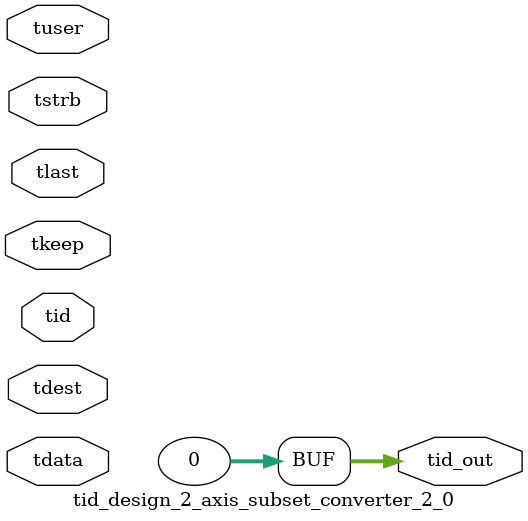
<source format=v>


`timescale 1ps/1ps

module tid_design_2_axis_subset_converter_2_0 #
(
parameter C_S_AXIS_TID_WIDTH   = 1,
parameter C_S_AXIS_TUSER_WIDTH = 0,
parameter C_S_AXIS_TDATA_WIDTH = 0,
parameter C_S_AXIS_TDEST_WIDTH = 0,
parameter C_M_AXIS_TID_WIDTH   = 32
)
(
input  [(C_S_AXIS_TID_WIDTH   == 0 ? 1 : C_S_AXIS_TID_WIDTH)-1:0       ] tid,
input  [(C_S_AXIS_TDATA_WIDTH == 0 ? 1 : C_S_AXIS_TDATA_WIDTH)-1:0     ] tdata,
input  [(C_S_AXIS_TUSER_WIDTH == 0 ? 1 : C_S_AXIS_TUSER_WIDTH)-1:0     ] tuser,
input  [(C_S_AXIS_TDEST_WIDTH == 0 ? 1 : C_S_AXIS_TDEST_WIDTH)-1:0     ] tdest,
input  [(C_S_AXIS_TDATA_WIDTH/8)-1:0 ] tkeep,
input  [(C_S_AXIS_TDATA_WIDTH/8)-1:0 ] tstrb,
input                                                                    tlast,
output [(C_M_AXIS_TID_WIDTH   == 0 ? 1 : C_M_AXIS_TID_WIDTH)-1:0       ] tid_out
);

assign tid_out = {1'b0};

endmodule


</source>
